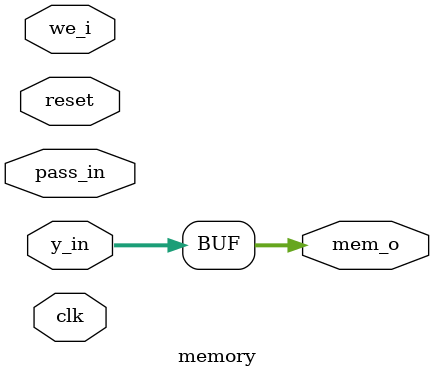
<source format=v>
module memory
(
   input wire clk,
   input wire reset,
   input wire [31:0] y_in,
   input wire [31:0] pass_in,
   output wire [31:0] mem_o,
   input wire we_i
);

   reg [31:0] ram [2**16:0];

   always @ (posedge we_i) begin
      ram[y_in] = pass_in;
   end

   assign mem_o = y_in;

endmodule

</source>
